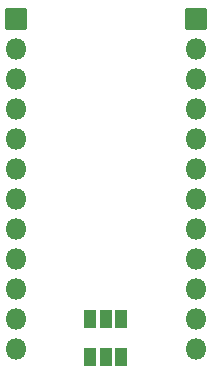
<source format=gbr>
%TF.GenerationSoftware,KiCad,Pcbnew,6.0.4+dfsg-1+b1*%
%TF.CreationDate,2022-04-28T11:11:36+08:00*%
%TF.ProjectId,gpioexp,6770696f-6578-4702-9e6b-696361645f70,c*%
%TF.SameCoordinates,Original*%
%TF.FileFunction,Soldermask,Bot*%
%TF.FilePolarity,Negative*%
%FSLAX46Y46*%
G04 Gerber Fmt 4.6, Leading zero omitted, Abs format (unit mm)*
G04 Created by KiCad (PCBNEW 6.0.4+dfsg-1+b1) date 2022-04-28 11:11:36*
%MOMM*%
%LPD*%
G01*
G04 APERTURE LIST*
G04 Aperture macros list*
%AMRoundRect*
0 Rectangle with rounded corners*
0 $1 Rounding radius*
0 $2 $3 $4 $5 $6 $7 $8 $9 X,Y pos of 4 corners*
0 Add a 4 corners polygon primitive as box body*
4,1,4,$2,$3,$4,$5,$6,$7,$8,$9,$2,$3,0*
0 Add four circle primitives for the rounded corners*
1,1,$1+$1,$2,$3*
1,1,$1+$1,$4,$5*
1,1,$1+$1,$6,$7*
1,1,$1+$1,$8,$9*
0 Add four rect primitives between the rounded corners*
20,1,$1+$1,$2,$3,$4,$5,0*
20,1,$1+$1,$4,$5,$6,$7,0*
20,1,$1+$1,$6,$7,$8,$9,0*
20,1,$1+$1,$8,$9,$2,$3,0*%
G04 Aperture macros list end*
%ADD10RoundRect,0.050000X0.850000X0.850000X-0.850000X0.850000X-0.850000X-0.850000X0.850000X-0.850000X0*%
%ADD11O,1.800000X1.800000*%
%ADD12RoundRect,0.050000X-0.500000X-0.750000X0.500000X-0.750000X0.500000X0.750000X-0.500000X0.750000X0*%
G04 APERTURE END LIST*
D10*
%TO.C,J1*%
X134620000Y-81280000D03*
D11*
X134620000Y-83820000D03*
X134620000Y-86360000D03*
X134620000Y-88900000D03*
X134620000Y-91440000D03*
X134620000Y-93980000D03*
X134620000Y-96520000D03*
X134620000Y-99060000D03*
X134620000Y-101600000D03*
X134620000Y-104140000D03*
X134620000Y-106680000D03*
X134620000Y-109220000D03*
%TD*%
D10*
%TO.C,J2*%
X149860000Y-81280000D03*
D11*
X149860000Y-83820000D03*
X149860000Y-86360000D03*
X149860000Y-88900000D03*
X149860000Y-91440000D03*
X149860000Y-93980000D03*
X149860000Y-96520000D03*
X149860000Y-99060000D03*
X149860000Y-101600000D03*
X149860000Y-104140000D03*
X149860000Y-106680000D03*
X149860000Y-109220000D03*
%TD*%
D12*
%TO.C,JP1*%
X140940000Y-106680000D03*
X142240000Y-106680000D03*
X143540000Y-106680000D03*
%TD*%
%TO.C,JP2*%
X140940000Y-109855000D03*
X142240000Y-109855000D03*
X143540000Y-109855000D03*
%TD*%
M02*

</source>
